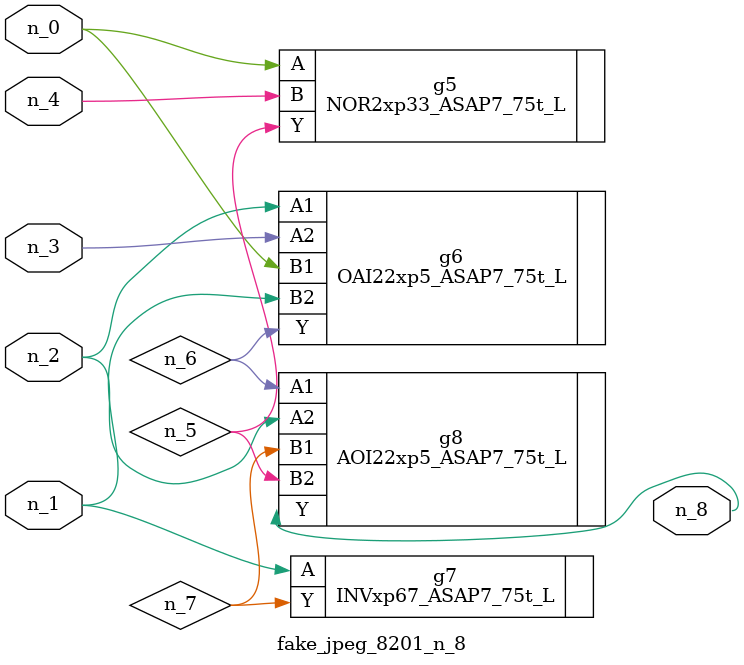
<source format=v>
module fake_jpeg_8201_n_8 (n_3, n_2, n_1, n_0, n_4, n_8);

input n_3;
input n_2;
input n_1;
input n_0;
input n_4;

output n_8;

wire n_6;
wire n_5;
wire n_7;

NOR2xp33_ASAP7_75t_L g5 ( 
.A(n_0),
.B(n_4),
.Y(n_5)
);

OAI22xp5_ASAP7_75t_L g6 ( 
.A1(n_2),
.A2(n_3),
.B1(n_0),
.B2(n_1),
.Y(n_6)
);

INVxp67_ASAP7_75t_L g7 ( 
.A(n_1),
.Y(n_7)
);

AOI22xp5_ASAP7_75t_L g8 ( 
.A1(n_6),
.A2(n_2),
.B1(n_7),
.B2(n_5),
.Y(n_8)
);


endmodule
</source>
